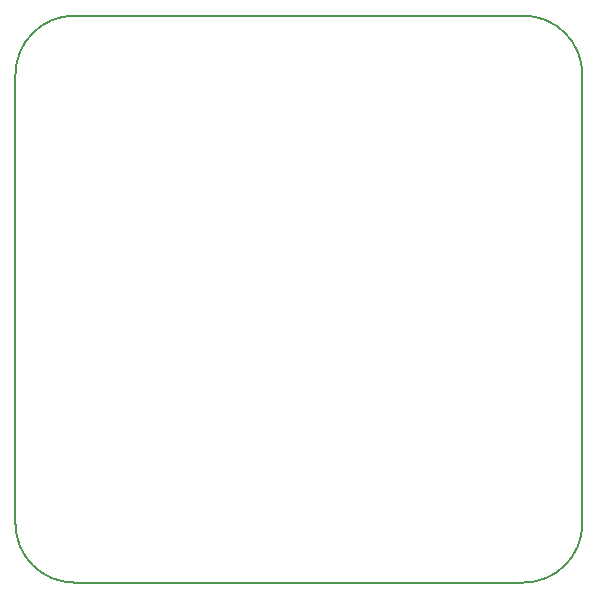
<source format=gko>
G04 #@! TF.GenerationSoftware,KiCad,Pcbnew,(5.0.2)-1*
G04 #@! TF.CreationDate,2019-01-19T12:13:54+11:00*
G04 #@! TF.ProjectId,WarGames_SAO,57617247-616d-4657-935f-53414f2e6b69,rev?*
G04 #@! TF.SameCoordinates,Original*
G04 #@! TF.FileFunction,Profile,NP*
%FSLAX46Y46*%
G04 Gerber Fmt 4.6, Leading zero omitted, Abs format (unit mm)*
G04 Created by KiCad (PCBNEW (5.0.2)-1) date 19/01/2019 12:13:54*
%MOMM*%
%LPD*%
G01*
G04 APERTURE LIST*
%ADD10C,0.200000*%
G04 APERTURE END LIST*
D10*
X153000000Y-45000000D02*
X153000000Y-83000000D01*
X153000000Y-83000000D02*
G75*
G02X148000000Y-88000000I-5000000J0D01*
G01*
X110000000Y-88000000D02*
G75*
G02X105000000Y-83000000I0J5000000D01*
G01*
X148000000Y-88000000D02*
X110000000Y-88000000D01*
X105000000Y-45000000D02*
G75*
G02X110000000Y-40000000I5000000J0D01*
G01*
X105000000Y-83000000D02*
X105000000Y-45000000D01*
X148000000Y-40000000D02*
G75*
G02X153000000Y-45000000I0J-5000000D01*
G01*
X110000000Y-40000000D02*
X148000000Y-40000000D01*
M02*

</source>
